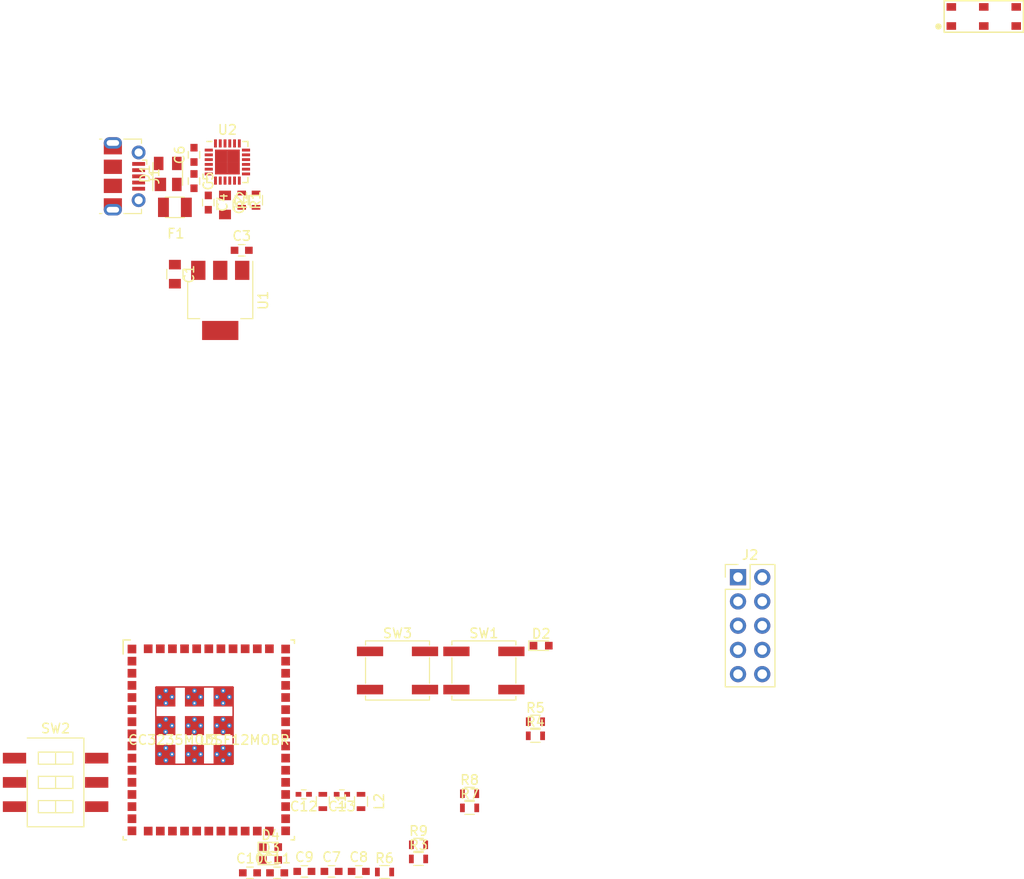
<source format=kicad_pcb>
(kicad_pcb (version 20171130) (host pcbnew "(5.0.0)")
  (layers (0 F.Cu signal) (31 B.Cu signal) (34 B.Paste user hide) (35 F.Paste user hide) (36 B.SilkS user hide) (37 F.SilkS user hide) (38 B.Mask user hide) (39 F.Mask user hide) (44 Edge.Cuts user))
  (net 0 "")
  (net 1 GND)
  (net 2 "Net-(U3-Pad3)")
  (net 3 "Net-(U3-Pad4)")
  (net 4 "Net-(U3-Pad5)")
  (net 5 "Net-(U3-Pad6)")
  (net 6 "Net-(U3-Pad7)")
  (net 7 "Net-(U3-Pad8)")
  (net 8 "Net-(U3-Pad9)")
  (net 9 "Net-(U3-Pad10)")
  (net 10 "Net-(U3-Pad11)")
  (net 11 "Net-(J2-Pad8)")
  (net 12 "Net-(U3-Pad13)")
  (net 13 "Net-(U3-Pad14)")
  (net 14 "Net-(U3-Pad15)")
  (net 15 "Net-(U3-Pad17)")
  (net 16 "Net-(J2-Pad6)")
  (net 17 "Net-(U3-Pad19)")
  (net 18 "Net-(U3-Pad20)")
  (net 19 "Net-(J2-Pad4)")
  (net 20 "Net-(J2-Pad2)")
  (net 21 "Net-(SW2-Pad4)")
  (net 22 "Net-(SW2-Pad5)")
  (net 23 /RF_OUT)
  (net 24 "Net-(U3-Pad33)")
  (net 25 "Net-(SW2-Pad6)")
  (net 26 "Net-(J2-Pad10)")
  (net 27 "Net-(R6-Pad2)")
  (net 28 +3V3)
  (net 29 "Net-(U3-Pad39)")
  (net 30 "Net-(U3-Pad41)")
  (net 31 "Net-(U3-Pad42)")
  (net 32 "Net-(SW3-Pad2)")
  (net 33 "Net-(U3-Pad45)")
  (net 34 /RX)
  (net 35 /TX)
  (net 36 "Net-(R9-Pad1)")
  (net 37 "Net-(R8-Pad1)")
  (net 38 "Net-(R7-Pad1)")
  (net 39 "Net-(U3-Pad51)")
  (net 40 "Net-(U3-Pad52)")
  (net 41 "Net-(U3-Pad53)")
  (net 42 "Net-(U3-Pad54)")
  (net 43 +5V)
  (net 44 /D-)
  (net 45 /D+)
  (net 46 "Net-(R3-Pad2)")
  (net 47 "Net-(R1-Pad1)")
  (net 48 "Net-(R4-Pad2)")
  (net 49 "Net-(D2-Pad2)")
  (net 50 "Net-(D3-Pad2)")
  (net 51 "Net-(D4-Pad2)")
  (net 52 "Net-(J2-Pad7)")
  (net 53 "Net-(AE1-Pad2)")
  (net 54 "Net-(C12-Pad1)")
  (net 55 "Net-(U2-Pad24)")
  (net 56 "Net-(U2-Pad23)")
  (net 57 "Net-(U2-Pad22)")
  (net 58 "Net-(U2-Pad19)")
  (net 59 "Net-(U2-Pad18)")
  (net 60 "Net-(U2-Pad17)")
  (net 61 "Net-(U2-Pad16)")
  (net 62 "Net-(U2-Pad15)")
  (net 63 "Net-(U2-Pad14)")
  (net 64 "Net-(U2-Pad13)")
  (net 65 "Net-(U2-Pad12)")
  (net 66 "Net-(U2-Pad11)")
  (net 67 "Net-(U2-Pad10)")
  (net 68 "Net-(U2-Pad1)")
  (net 69 "Net-(J1-Pad6)")
  (net 70 "Net-(J1-Pad4)")
  (net 71 VBUS)
  (module footprints:M830520 (layer F.Cu) (at 148.75 52.75)
    (fp_text reference AE1 (at -2.2 -2.35) (layer F.SilkS))
    (fp_text value Antenna)
    (fp_line (start -4.15 -1.65) (end 4.15 -1.65) (layer F.SilkS) (width 0.15))
    (fp_line (start 4.15 -1.65) (end 4.15 1.6) (layer F.SilkS) (width 0.15))
    (fp_line (start 4.15 1.6) (end 4.15 1.65) (layer F.SilkS) (width 0.15))
    (fp_line (start 4.15 1.65) (end -4.15 1.65) (layer F.SilkS) (width 0.15))
    (fp_line (start -4.15 1.65) (end -4.15 -1.65) (layer F.SilkS) (width 0.15))
    (fp_circle (center -4.75 1.05) (end -4.5 1.05) (layer F.SilkS) (width 0.15))
    (fp_circle (center -4.75 1.05) (end -4.65 1.05) (layer F.SilkS) (width 0.15))
    (pad 1 smd rect (at -3.4 1) (size 1 0.8) (layers F.Cu F.Paste F.Mask) (net 1 GND))
    (pad 2 smd rect (at -3.4 -1) (size 1 0.8) (layers F.Cu F.Paste F.Mask) (net 53 "Net-(AE1-Pad2)"))
    (pad 3 smd rect (at 0 -1) (size 1 0.8) (layers F.Cu F.Paste F.Mask))
    (pad 4 smd rect (at 3.4 -1) (size 1 0.8) (layers F.Cu F.Paste F.Mask))
    (pad 5 smd rect (at 3.4 1) (size 1 0.8) (layers F.Cu F.Paste F.Mask))
    (pad 6 smd rect (at 0 1) (size 1 0.8) (layers F.Cu F.Paste F.Mask))
  )
  (module TO_SOT_Packages_SMD:SOT-143 (layer F.Cu) (at 63.25 69.25 90)
    (fp_text reference D1 (at 0.02 -2.38 90) (layer F.SilkS))
    (fp_text value SP0503BAHT)
    (fp_line (start 1.2 -1.55) (end -1.75 -1.55) (layer F.SilkS) (width 0.12))
    (fp_line (start -1.2 1.55) (end 1.2 1.55) (layer F.SilkS) (width 0.12))
    (pad 4 smd rect (at 1.1 -0.95) (size 1 1.4) (layers F.Cu F.Paste F.Mask) (net 44 /D-))
    (pad 3 smd rect (at 1.1 0.95) (size 1 1.4) (layers F.Cu F.Paste F.Mask) (net 45 /D+))
    (pad 2 smd rect (at -1.1 0.95) (size 1 1.4) (layers F.Cu F.Paste F.Mask) (net 71 VBUS))
    (pad 1 smd rect (at -1.1 -0.77) (size 1.2 1.4) (layers F.Cu F.Paste F.Mask) (net 1 GND))
  )
  (module Buttons_Switches_SMD:SW_DIP_x3_W8.61mm_Slide_LowProfile (layer F.Cu) (at 51.5 133)
    (fp_text reference SW2 (at 0 -5.65) (layer F.SilkS))
    (fp_text value SW_DIP_x03)
    (fp_line (start 0 1.905) (end 0 3.175) (layer F.SilkS) (width 0.12))
    (fp_line (start 1.81 1.905) (end -1.81 1.905) (layer F.SilkS) (width 0.12))
    (fp_line (start 1.81 3.175) (end 1.81 1.905) (layer F.SilkS) (width 0.12))
    (fp_line (start -1.81 3.175) (end 1.81 3.175) (layer F.SilkS) (width 0.12))
    (fp_line (start -1.81 1.905) (end -1.81 3.175) (layer F.SilkS) (width 0.12))
    (fp_line (start 0 -0.635) (end 0 0.635) (layer F.SilkS) (width 0.12))
    (fp_line (start 1.81 -0.635) (end -1.81 -0.635) (layer F.SilkS) (width 0.12))
    (fp_line (start 1.81 0.635) (end 1.81 -0.635) (layer F.SilkS) (width 0.12))
    (fp_line (start -1.81 0.635) (end 1.81 0.635) (layer F.SilkS) (width 0.12))
    (fp_line (start -1.81 -0.635) (end -1.81 0.635) (layer F.SilkS) (width 0.12))
    (fp_line (start 0 -3.175) (end 0 -1.905) (layer F.SilkS) (width 0.12))
    (fp_line (start 1.81 -3.175) (end -1.81 -3.175) (layer F.SilkS) (width 0.12))
    (fp_line (start 1.81 -1.905) (end 1.81 -3.175) (layer F.SilkS) (width 0.12))
    (fp_line (start -1.81 -1.905) (end 1.81 -1.905) (layer F.SilkS) (width 0.12))
    (fp_line (start -1.81 -3.175) (end -1.81 -1.905) (layer F.SilkS) (width 0.12))
    (fp_line (start -2.965 4.65) (end -2.965 -1.27) (layer F.SilkS) (width 0.12))
    (fp_line (start 2.965 4.65) (end -2.965 4.65) (layer F.SilkS) (width 0.12))
    (fp_line (start 2.965 -4.65) (end 2.965 4.65) (layer F.SilkS) (width 0.12))
    (fp_line (start -2.965 -4.65) (end 2.965 -4.65) (layer F.SilkS) (width 0.12))
    (pad 6 smd rect (at 4.305 -2.54) (size 2.44 1.12) (layers F.Cu F.Paste F.Mask) (net 25 "Net-(SW2-Pad6)"))
    (pad 3 smd rect (at -4.305 2.54) (size 2.44 1.12) (layers F.Cu F.Paste F.Mask) (net 48 "Net-(R4-Pad2)"))
    (pad 5 smd rect (at 4.305 0) (size 2.44 1.12) (layers F.Cu F.Paste F.Mask) (net 22 "Net-(SW2-Pad5)"))
    (pad 2 smd rect (at -4.305 0) (size 2.44 1.12) (layers F.Cu F.Paste F.Mask) (net 48 "Net-(R4-Pad2)"))
    (pad 4 smd rect (at 4.305 2.54) (size 2.44 1.12) (layers F.Cu F.Paste F.Mask) (net 21 "Net-(SW2-Pad4)"))
    (pad 1 smd rect (at -4.305 -2.54) (size 2.44 1.12) (layers F.Cu F.Paste F.Mask) (net 48 "Net-(R4-Pad2)"))
  )
  (module Buttons_Switches_SMD:SW_SPST_EVQP0 (layer F.Cu) (at 87.325001 121.275001)
    (fp_text reference SW3 (at 0 -3.9) (layer F.SilkS))
    (fp_text value "User IO")
    (fp_line (start -3.35 2.65) (end -3.35 3.1) (layer F.SilkS) (width 0.12))
    (fp_line (start -3.35 3.1) (end 3.35 3.1) (layer F.SilkS) (width 0.12))
    (fp_line (start 3.35 3.1) (end 3.35 2.7) (layer F.SilkS) (width 0.12))
    (fp_line (start -3.35 1.35) (end -3.35 -1.35) (layer F.SilkS) (width 0.12))
    (fp_line (start 3.35 -1.35) (end 3.35 1.35) (layer F.SilkS) (width 0.12))
    (fp_line (start -3.35 -3.1) (end 3.35 -3.1) (layer F.SilkS) (width 0.12))
    (fp_line (start 3.35 -3.1) (end 3.35 -2.65) (layer F.SilkS) (width 0.12))
    (fp_line (start -3.35 -2.65) (end -3.35 -3.1) (layer F.SilkS) (width 0.12))
    (pad 1 smd rect (at 2.88 -2) (size 2.75 1) (layers F.Cu F.Paste F.Mask) (net 28 +3V3))
    (pad 1 smd rect (at -2.88 -2) (size 2.75 1) (layers F.Cu F.Paste F.Mask) (net 28 +3V3))
    (pad 2 smd rect (at -2.88 2) (size 2.75 1) (layers F.Cu F.Paste F.Mask) (net 32 "Net-(SW3-Pad2)"))
    (pad 2 smd rect (at 2.88 2) (size 2.75 1) (layers F.Cu F.Paste F.Mask) (net 32 "Net-(SW3-Pad2)"))
  )
  (module Buttons_Switches_SMD:SW_SPST_EVQP0 (layer F.Cu) (at 96.375001 121.275001)
    (fp_text reference SW1 (at 0 -3.9) (layer F.SilkS))
    (fp_text value Reset)
    (fp_line (start -3.35 -2.65) (end -3.35 -3.1) (layer F.SilkS) (width 0.12))
    (fp_line (start 3.35 -3.1) (end 3.35 -2.65) (layer F.SilkS) (width 0.12))
    (fp_line (start -3.35 -3.1) (end 3.35 -3.1) (layer F.SilkS) (width 0.12))
    (fp_line (start 3.35 -1.35) (end 3.35 1.35) (layer F.SilkS) (width 0.12))
    (fp_line (start -3.35 1.35) (end -3.35 -1.35) (layer F.SilkS) (width 0.12))
    (fp_line (start 3.35 3.1) (end 3.35 2.7) (layer F.SilkS) (width 0.12))
    (fp_line (start -3.35 3.1) (end 3.35 3.1) (layer F.SilkS) (width 0.12))
    (fp_line (start -3.35 2.65) (end -3.35 3.1) (layer F.SilkS) (width 0.12))
    (pad 2 smd rect (at 2.88 2) (size 2.75 1) (layers F.Cu F.Paste F.Mask) (net 26 "Net-(J2-Pad10)"))
    (pad 2 smd rect (at -2.88 2) (size 2.75 1) (layers F.Cu F.Paste F.Mask) (net 26 "Net-(J2-Pad10)"))
    (pad 1 smd rect (at -2.88 -2) (size 2.75 1) (layers F.Cu F.Paste F.Mask) (net 1 GND))
    (pad 1 smd rect (at 2.88 -2) (size 2.75 1) (layers F.Cu F.Paste F.Mask) (net 1 GND))
  )
  (module Capacitors_SMD:C_0402 (layer F.Cu) (at 81.5 134.25 180)
    (fp_text reference C13 (at 0 -1.27 180) (layer F.SilkS))
    (fp_text value C)
    (fp_line (start 0.25 -0.47) (end -0.25 -0.47) (layer F.SilkS) (width 0.12))
    (fp_line (start -0.25 0.47) (end 0.25 0.47) (layer F.SilkS) (width 0.12))
    (pad 1 smd rect (at -0.55 0 180) (size 0.6 0.5) (layers F.Cu F.Paste F.Mask) (net 53 "Net-(AE1-Pad2)"))
    (pad 2 smd rect (at 0.55 0 180) (size 0.6 0.5) (layers F.Cu F.Paste F.Mask) (net 54 "Net-(C12-Pad1)"))
  )
  (module Capacitors_SMD:C_0402 (layer F.Cu) (at 77.5 134.25 180)
    (fp_text reference C12 (at 0 -1.27 180) (layer F.SilkS))
    (fp_text value C)
    (fp_line (start -0.25 0.47) (end 0.25 0.47) (layer F.SilkS) (width 0.12))
    (fp_line (start 0.25 -0.47) (end -0.25 -0.47) (layer F.SilkS) (width 0.12))
    (pad 2 smd rect (at 0.55 0 180) (size 0.6 0.5) (layers F.Cu F.Paste F.Mask) (net 23 /RF_OUT))
    (pad 1 smd rect (at -0.55 0 180) (size 0.6 0.5) (layers F.Cu F.Paste F.Mask) (net 54 "Net-(C12-Pad1)"))
  )
  (module Capacitors_SMD:C_0603 (layer F.Cu) (at 77.565001 142.325001)
    (fp_text reference C9 (at 0 -1.5) (layer F.SilkS))
    (fp_text value 100n)
    (fp_line (start -0.35 -0.6) (end 0.35 -0.6) (layer F.SilkS) (width 0.12))
    (fp_line (start 0.35 0.6) (end -0.35 0.6) (layer F.SilkS) (width 0.12))
    (pad 1 smd rect (at -0.75 0) (size 0.8 0.75) (layers F.Cu F.Paste F.Mask) (net 28 +3V3))
    (pad 2 smd rect (at 0.75 0) (size 0.8 0.75) (layers F.Cu F.Paste F.Mask) (net 1 GND))
  )
  (module Capacitors_SMD:C_0603 (layer F.Cu) (at 74.715001 142.475001)
    (fp_text reference C11 (at 0 -1.5) (layer F.SilkS))
    (fp_text value 100n)
    (fp_line (start 0.35 0.6) (end -0.35 0.6) (layer F.SilkS) (width 0.12))
    (fp_line (start -0.35 -0.6) (end 0.35 -0.6) (layer F.SilkS) (width 0.12))
    (pad 2 smd rect (at 0.75 0) (size 0.8 0.75) (layers F.Cu F.Paste F.Mask) (net 1 GND))
    (pad 1 smd rect (at -0.75 0) (size 0.8 0.75) (layers F.Cu F.Paste F.Mask) (net 28 +3V3))
  )
  (module Capacitors_SMD:C_0603 (layer F.Cu) (at 71.865001 142.475001)
    (fp_text reference C10 (at 0 -1.5) (layer F.SilkS))
    (fp_text value 100n)
    (fp_line (start -0.35 -0.6) (end 0.35 -0.6) (layer F.SilkS) (width 0.12))
    (fp_line (start 0.35 0.6) (end -0.35 0.6) (layer F.SilkS) (width 0.12))
    (pad 1 smd rect (at -0.75 0) (size 0.8 0.75) (layers F.Cu F.Paste F.Mask) (net 28 +3V3))
    (pad 2 smd rect (at 0.75 0) (size 0.8 0.75) (layers F.Cu F.Paste F.Mask) (net 1 GND))
  )
  (module Capacitors_SMD:C_0603 (layer F.Cu) (at 83.265001 142.325001)
    (fp_text reference C8 (at 0 -1.5) (layer F.SilkS))
    (fp_text value 100n)
    (fp_line (start 0.35 0.6) (end -0.35 0.6) (layer F.SilkS) (width 0.12))
    (fp_line (start -0.35 -0.6) (end 0.35 -0.6) (layer F.SilkS) (width 0.12))
    (pad 2 smd rect (at 0.75 0) (size 0.8 0.75) (layers F.Cu F.Paste F.Mask) (net 1 GND))
    (pad 1 smd rect (at -0.75 0) (size 0.8 0.75) (layers F.Cu F.Paste F.Mask) (net 28 +3V3))
  )
  (module Capacitors_SMD:C_0603 (layer F.Cu) (at 80.415001 142.325001)
    (fp_text reference C7 (at 0 -1.5) (layer F.SilkS))
    (fp_text value 100n)
    (fp_line (start -0.35 -0.6) (end 0.35 -0.6) (layer F.SilkS) (width 0.12))
    (fp_line (start 0.35 0.6) (end -0.35 0.6) (layer F.SilkS) (width 0.12))
    (pad 1 smd rect (at -0.75 0) (size 0.8 0.75) (layers F.Cu F.Paste F.Mask) (net 28 +3V3))
    (pad 2 smd rect (at 0.75 0) (size 0.8 0.75) (layers F.Cu F.Paste F.Mask) (net 1 GND))
  )
  (module Capacitors_SMD:C_0603 (layer F.Cu) (at 66 70 270)
    (fp_text reference C5 (at 0 -1.5 270) (layer F.SilkS))
    (fp_text value 100n)
    (fp_line (start 0.35 0.6) (end -0.35 0.6) (layer F.SilkS) (width 0.12))
    (fp_line (start -0.35 -0.6) (end 0.35 -0.6) (layer F.SilkS) (width 0.12))
    (pad 2 smd rect (at 0.75 0 270) (size 0.8 0.75) (layers F.Cu F.Paste F.Mask) (net 1 GND))
    (pad 1 smd rect (at -0.75 0 270) (size 0.8 0.75) (layers F.Cu F.Paste F.Mask) (net 28 +3V3))
  )
  (module Capacitors_SMD:C_0603 (layer F.Cu) (at 71 77.25)
    (fp_text reference C3 (at 0 -1.5) (layer F.SilkS))
    (fp_text value 100n)
    (fp_line (start -0.35 -0.6) (end 0.35 -0.6) (layer F.SilkS) (width 0.12))
    (fp_line (start 0.35 0.6) (end -0.35 0.6) (layer F.SilkS) (width 0.12))
    (pad 1 smd rect (at -0.75 0) (size 0.8 0.75) (layers F.Cu F.Paste F.Mask) (net 28 +3V3))
    (pad 2 smd rect (at 0.75 0) (size 0.8 0.75) (layers F.Cu F.Paste F.Mask) (net 1 GND))
  )
  (module Capacitors_SMD:C_0603 (layer F.Cu) (at 66 67.25 90)
    (fp_text reference C6 (at 0 -1.5 90) (layer F.SilkS))
    (fp_text value 100n)
    (fp_line (start 0.35 0.6) (end -0.35 0.6) (layer F.SilkS) (width 0.12))
    (fp_line (start -0.35 -0.6) (end 0.35 -0.6) (layer F.SilkS) (width 0.12))
    (pad 2 smd rect (at 0.75 0 90) (size 0.8 0.75) (layers F.Cu F.Paste F.Mask) (net 1 GND))
    (pad 1 smd rect (at -0.75 0 90) (size 0.8 0.75) (layers F.Cu F.Paste F.Mask) (net 28 +3V3))
  )
  (module Capacitors_SMD:C_0603 (layer F.Cu) (at 67.5 72.25 270)
    (fp_text reference C4 (at 0 -1.5 270) (layer F.SilkS))
    (fp_text value 100n)
    (fp_line (start -0.35 -0.6) (end 0.35 -0.6) (layer F.SilkS) (width 0.12))
    (fp_line (start 0.35 0.6) (end -0.35 0.6) (layer F.SilkS) (width 0.12))
    (pad 1 smd rect (at -0.75 0 270) (size 0.8 0.75) (layers F.Cu F.Paste F.Mask) (net 43 +5V))
    (pad 2 smd rect (at 0.75 0 270) (size 0.8 0.75) (layers F.Cu F.Paste F.Mask) (net 1 GND))
  )
  (module Capacitors_SMD:C_0805 (layer F.Cu) (at 69.25 72.5 270)
    (fp_text reference C2 (at 0 -1.5 270) (layer F.SilkS))
    (fp_text value 4.7u)
    (fp_line (start 0.5 -0.85) (end -0.5 -0.85) (layer F.SilkS) (width 0.12))
    (fp_line (start -0.5 0.85) (end 0.5 0.85) (layer F.SilkS) (width 0.12))
    (pad 1 smd rect (at -1 0 270) (size 1 1.25) (layers F.Cu F.Paste F.Mask) (net 43 +5V))
    (pad 2 smd rect (at 1 0 270) (size 1 1.25) (layers F.Cu F.Paste F.Mask) (net 1 GND))
  )
  (module Capacitors_SMD:C_0805 (layer F.Cu) (at 64 79.75 270)
    (fp_text reference C1 (at 0 -1.5 270) (layer F.SilkS))
    (fp_text value 4.7u)
    (fp_line (start -0.5 0.85) (end 0.5 0.85) (layer F.SilkS) (width 0.12))
    (fp_line (start 0.5 -0.85) (end -0.5 -0.85) (layer F.SilkS) (width 0.12))
    (pad 2 smd rect (at 1 0 270) (size 1 1.25) (layers F.Cu F.Paste F.Mask) (net 1 GND))
    (pad 1 smd rect (at -1 0 270) (size 1 1.25) (layers F.Cu F.Paste F.Mask) (net 43 +5V))
  )
  (module Connectors_USB:USB_Micro-B_Molex-105017-0001 (layer F.Cu) (at 57.85 69.5 270)
    (fp_text reference J1 (at 0 -4 270) (layer F.SilkS))
    (fp_text value USB_B_Mini)
    (fp_line (start -1.7 -3.2) (end -1.7 -2.75) (layer F.SilkS) (width 0.12))
    (fp_line (start -1.7 -3.2) (end -1.25 -3.2) (layer F.SilkS) (width 0.12))
    (fp_line (start 3.9 -2.65) (end 3.45 -2.65) (layer F.SilkS) (width 0.12))
    (fp_line (start 3.9 -0.8) (end 3.9 -2.65) (layer F.SilkS) (width 0.12))
    (fp_line (start -3.9 1.75) (end -3.9 1.5) (layer F.SilkS) (width 0.12))
    (fp_line (start 3.9 1.75) (end 3.9 1.5) (layer F.SilkS) (width 0.12))
    (fp_line (start -3.9 -0.8) (end -3.9 -2.65) (layer F.SilkS) (width 0.12))
    (fp_line (start -3.9 -2.65) (end -3.45 -2.65) (layer F.SilkS) (width 0.12))
    (pad 6 smd rect (at -2.9 0.35 270) (size 1.2 1.9) (layers F.Cu F.Mask) (net 69 "Net-(J1-Pad6)"))
    (pad 6 smd rect (at 2.9 0.35 270) (size 1.2 1.9) (layers F.Cu F.Mask) (net 69 "Net-(J1-Pad6)"))
    (pad 6 thru_hole oval (at 3.5 0.35 270) (size 1.2 1.9) (drill oval 0.6 1.3) (layers *.Cu *.Mask) (net 69 "Net-(J1-Pad6)"))
    (pad 6 thru_hole oval (at -3.5 0.35 90) (size 1.2 1.9) (drill oval 0.6 1.3) (layers *.Cu *.Mask) (net 69 "Net-(J1-Pad6)"))
    (pad 6 smd rect (at -1 0.35 270) (size 1.5 1.9) (layers F.Cu F.Paste F.Mask) (net 69 "Net-(J1-Pad6)"))
    (pad 6 thru_hole circle (at 2.5 -2.35 270) (size 1.45 1.45) (drill 0.85) (layers *.Cu *.Mask) (net 69 "Net-(J1-Pad6)"))
    (pad 3 smd rect (at 0 -2.35 270) (size 0.4 1.35) (layers F.Cu F.Paste F.Mask) (net 45 /D+))
    (pad 4 smd rect (at 0.65 -2.35 270) (size 0.4 1.35) (layers F.Cu F.Paste F.Mask) (net 70 "Net-(J1-Pad4)"))
    (pad 5 smd rect (at 1.3 -2.35 270) (size 0.4 1.35) (layers F.Cu F.Paste F.Mask) (net 1 GND))
    (pad 1 smd rect (at -1.3 -2.35 270) (size 0.4 1.35) (layers F.Cu F.Paste F.Mask) (net 71 VBUS))
    (pad 2 smd rect (at -0.65 -2.35 270) (size 0.4 1.35) (layers F.Cu F.Paste F.Mask) (net 44 /D-))
    (pad 6 thru_hole circle (at -2.5 -2.35 270) (size 1.45 1.45) (drill 0.85) (layers *.Cu *.Mask) (net 69 "Net-(J1-Pad6)"))
    (pad 6 smd rect (at 1 0.35 270) (size 1.5 1.9) (layers F.Cu F.Paste F.Mask) (net 69 "Net-(J1-Pad6)"))
  )
  (module Fuse_Holders_and_Fuses:Fuse_SMD1206_Reflow (layer F.Cu) (at 64 72.75 180)
    (fp_text reference F1 (at -0.1 -2.75 180) (layer F.SilkS))
    (fp_text value Fuse)
    (fp_line (start -1 -1.07) (end 1 -1.07) (layer F.SilkS) (width 0.12))
    (fp_line (start 1 1.07) (end -1 1.07) (layer F.SilkS) (width 0.12))
    (pad 2 smd rect (at 1.2 0 270) (size 2.03 1.14) (layers F.Cu F.Paste F.Mask) (net 71 VBUS))
    (pad 1 smd rect (at -1.2 0 270) (size 2.03 1.14) (layers F.Cu F.Paste F.Mask) (net 43 +5V))
  )
  (module Housings_DFN_QFN:QFN-24-1EP_4x4mm_Pitch0.5mm (layer F.Cu) (at 69.5 68)
    (fp_text reference U2 (at 0 -3.375) (layer F.SilkS))
    (fp_text value CP2102N-A01-GQFN24)
    (fp_line (start 2.15 -2.15) (end 1.625 -2.15) (layer F.SilkS) (width 0.15))
    (fp_line (start 2.15 2.15) (end 1.625 2.15) (layer F.SilkS) (width 0.15))
    (fp_line (start -2.15 2.15) (end -1.625 2.15) (layer F.SilkS) (width 0.15))
    (fp_line (start -2.15 -2.15) (end -1.625 -2.15) (layer F.SilkS) (width 0.15))
    (fp_line (start 2.15 2.15) (end 2.15 1.625) (layer F.SilkS) (width 0.15))
    (fp_line (start -2.15 2.15) (end -2.15 1.625) (layer F.SilkS) (width 0.15))
    (fp_line (start 2.15 -2.15) (end 2.15 -1.625) (layer F.SilkS) (width 0.15))
    (pad 25 smd rect (at -0.65 -0.65) (size 1.3 1.3) (layers F.Cu F.Paste F.Mask) (net 1 GND))
    (pad 25 smd rect (at -0.65 0.65) (size 1.3 1.3) (layers F.Cu F.Paste F.Mask) (net 1 GND))
    (pad 25 smd rect (at 0.65 -0.65) (size 1.3 1.3) (layers F.Cu F.Paste F.Mask) (net 1 GND))
    (pad 25 smd rect (at 0.65 0.65) (size 1.3 1.3) (layers F.Cu F.Paste F.Mask) (net 1 GND))
    (pad 24 smd rect (at -1.25 -1.95 90) (size 0.85 0.3) (layers F.Cu F.Paste F.Mask) (net 55 "Net-(U2-Pad24)"))
    (pad 23 smd rect (at -0.75 -1.95 90) (size 0.85 0.3) (layers F.Cu F.Paste F.Mask) (net 56 "Net-(U2-Pad23)"))
    (pad 22 smd rect (at -0.25 -1.95 90) (size 0.85 0.3) (layers F.Cu F.Paste F.Mask) (net 57 "Net-(U2-Pad22)"))
    (pad 21 smd rect (at 0.25 -1.95 90) (size 0.85 0.3) (layers F.Cu F.Paste F.Mask) (net 35 /TX))
    (pad 20 smd rect (at 0.75 -1.95 90) (size 0.85 0.3) (layers F.Cu F.Paste F.Mask) (net 34 /RX))
    (pad 19 smd rect (at 1.25 -1.95 90) (size 0.85 0.3) (layers F.Cu F.Paste F.Mask) (net 58 "Net-(U2-Pad19)"))
    (pad 18 smd rect (at 1.95 -1.25) (size 0.85 0.3) (layers F.Cu F.Paste F.Mask) (net 59 "Net-(U2-Pad18)"))
    (pad 17 smd rect (at 1.95 -0.75) (size 0.85 0.3) (layers F.Cu F.Paste F.Mask) (net 60 "Net-(U2-Pad17)"))
    (pad 16 smd rect (at 1.95 -0.25) (size 0.85 0.3) (layers F.Cu F.Paste F.Mask) (net 61 "Net-(U2-Pad16)"))
    (pad 15 smd rect (at 1.95 0.25) (size 0.85 0.3) (layers F.Cu F.Paste F.Mask) (net 62 "Net-(U2-Pad15)"))
    (pad 14 smd rect (at 1.95 0.75) (size 0.85 0.3) (layers F.Cu F.Paste F.Mask) (net 63 "Net-(U2-Pad14)"))
    (pad 13 smd rect (at 1.95 1.25) (size 0.85 0.3) (layers F.Cu F.Paste F.Mask) (net 64 "Net-(U2-Pad13)"))
    (pad 12 smd rect (at 1.25 1.95 90) (size 0.85 0.3) (layers F.Cu F.Paste F.Mask) (net 65 "Net-(U2-Pad12)"))
    (pad 11 smd rect (at 0.75 1.95 90) (size 0.85 0.3) (layers F.Cu F.Paste F.Mask) (net 66 "Net-(U2-Pad11)"))
    (pad 10 smd rect (at 0.25 1.95 90) (size 0.85 0.3) (layers F.Cu F.Paste F.Mask) (net 67 "Net-(U2-Pad10)"))
    (pad 9 smd rect (at -0.25 1.95 90) (size 0.85 0.3) (layers F.Cu F.Paste F.Mask) (net 46 "Net-(R3-Pad2)"))
    (pad 8 smd rect (at -0.75 1.95 90) (size 0.85 0.3) (layers F.Cu F.Paste F.Mask) (net 47 "Net-(R1-Pad1)"))
    (pad 7 smd rect (at -1.25 1.95 90) (size 0.85 0.3) (layers F.Cu F.Paste F.Mask) (net 43 +5V))
    (pad 6 smd rect (at -1.95 1.25) (size 0.85 0.3) (layers F.Cu F.Paste F.Mask) (net 28 +3V3))
    (pad 5 smd rect (at -1.95 0.75) (size 0.85 0.3) (layers F.Cu F.Paste F.Mask) (net 28 +3V3))
    (pad 4 smd rect (at -1.95 0.25) (size 0.85 0.3) (layers F.Cu F.Paste F.Mask) (net 44 /D-))
    (pad 3 smd rect (at -1.95 -0.25) (size 0.85 0.3) (layers F.Cu F.Paste F.Mask) (net 45 /D+))
    (pad 2 smd rect (at -1.95 -0.75) (size 0.85 0.3) (layers F.Cu F.Paste F.Mask) (net 1 GND))
    (pad 1 smd rect (at -1.95 -1.25) (size 0.85 0.3) (layers F.Cu F.Paste F.Mask) (net 68 "Net-(U2-Pad1)"))
  )
  (module Inductors_SMD:L_0603 (layer F.Cu) (at 79.5 135 270)
    (fp_text reference L1 (at 0 -1.9 270) (layer F.SilkS))
    (fp_text value L)
    (fp_line (start 0.5 0.68) (end -0.5 0.68) (layer F.SilkS) (width 0.12))
    (fp_line (start -0.5 -0.68) (end 0.5 -0.68) (layer F.SilkS) (width 0.12))
    (pad 1 smd rect (at -0.75 0 270) (size 0.5 0.9) (layers F.Cu F.Paste F.Mask) (net 54 "Net-(C12-Pad1)"))
    (pad 2 smd rect (at 0.75 0 270) (size 0.5 0.9) (layers F.Cu F.Paste F.Mask) (net 1 GND))
  )
  (module Inductors_SMD:L_0603 (layer F.Cu) (at 83.5 135 270)
    (fp_text reference L2 (at 0 -1.9 270) (layer F.SilkS))
    (fp_text value L)
    (fp_line (start -0.5 -0.68) (end 0.5 -0.68) (layer F.SilkS) (width 0.12))
    (fp_line (start 0.5 0.68) (end -0.5 0.68) (layer F.SilkS) (width 0.12))
    (pad 2 smd rect (at 0.75 0 270) (size 0.5 0.9) (layers F.Cu F.Paste F.Mask) (net 1 GND))
    (pad 1 smd rect (at -0.75 0 270) (size 0.5 0.9) (layers F.Cu F.Paste F.Mask) (net 53 "Net-(AE1-Pad2)"))
  )
  (module LEDs:LED_0603 (layer F.Cu) (at 74.025001 139.775001)
    (fp_text reference D4 (at 0 -1.25) (layer F.SilkS))
    (fp_text value LED_ALT)
    (fp_line (start -1.3 -0.5) (end 0.8 -0.5) (layer F.SilkS) (width 0.12))
    (fp_line (start -1.3 0.5) (end 0.8 0.5) (layer F.SilkS) (width 0.12))
    (fp_line (start -1.3 -0.5) (end -1.3 0.5) (layer F.SilkS) (width 0.12))
    (pad 1 smd rect (at -0.8 0 180) (size 0.8 0.8) (layers F.Cu F.Paste F.Mask) (net 1 GND))
    (pad 2 smd rect (at 0.8 0 180) (size 0.8 0.8) (layers F.Cu F.Paste F.Mask) (net 51 "Net-(D4-Pad2)"))
  )
  (module LEDs:LED_0603 (layer F.Cu) (at 74.025001 141.125001)
    (fp_text reference D3 (at 0 -1.25) (layer F.SilkS))
    (fp_text value LED_ALT)
    (fp_line (start -1.3 -0.5) (end -1.3 0.5) (layer F.SilkS) (width 0.12))
    (fp_line (start -1.3 0.5) (end 0.8 0.5) (layer F.SilkS) (width 0.12))
    (fp_line (start -1.3 -0.5) (end 0.8 -0.5) (layer F.SilkS) (width 0.12))
    (pad 2 smd rect (at 0.8 0 180) (size 0.8 0.8) (layers F.Cu F.Paste F.Mask) (net 50 "Net-(D3-Pad2)"))
    (pad 1 smd rect (at -0.8 0 180) (size 0.8 0.8) (layers F.Cu F.Paste F.Mask) (net 1 GND))
  )
  (module LEDs:LED_0603 (layer F.Cu) (at 102.375001 118.675001)
    (fp_text reference D2 (at 0 -1.25) (layer F.SilkS))
    (fp_text value LED_ALT)
    (fp_line (start -1.3 -0.5) (end 0.8 -0.5) (layer F.SilkS) (width 0.12))
    (fp_line (start -1.3 0.5) (end 0.8 0.5) (layer F.SilkS) (width 0.12))
    (fp_line (start -1.3 -0.5) (end -1.3 0.5) (layer F.SilkS) (width 0.12))
    (pad 1 smd rect (at -0.8 0 180) (size 0.8 0.8) (layers F.Cu F.Paste F.Mask) (net 1 GND))
    (pad 2 smd rect (at 0.8 0 180) (size 0.8 0.8) (layers F.Cu F.Paste F.Mask) (net 49 "Net-(D2-Pad2)"))
  )
  (module Pin_Headers:Pin_Header_Straight_2x05_Pitch2.54mm (layer F.Cu) (at 123 111.5)
    (fp_text reference J2 (at 1.27 -2.33) (layer F.SilkS))
    (fp_text value JTAG/SWD)
    (fp_line (start -1.33 -1.33) (end 0 -1.33) (layer F.SilkS) (width 0.12))
    (fp_line (start -1.33 0) (end -1.33 -1.33) (layer F.SilkS) (width 0.12))
    (fp_line (start 1.27 -1.33) (end 3.87 -1.33) (layer F.SilkS) (width 0.12))
    (fp_line (start 1.27 1.27) (end 1.27 -1.33) (layer F.SilkS) (width 0.12))
    (fp_line (start -1.33 1.27) (end 1.27 1.27) (layer F.SilkS) (width 0.12))
    (fp_line (start 3.87 -1.33) (end 3.87 11.49) (layer F.SilkS) (width 0.12))
    (fp_line (start -1.33 1.27) (end -1.33 11.49) (layer F.SilkS) (width 0.12))
    (fp_line (start -1.33 11.49) (end 3.87 11.49) (layer F.SilkS) (width 0.12))
    (pad 10 thru_hole oval (at 2.54 10.16) (size 1.7 1.7) (drill 1) (layers *.Cu *.Mask) (net 26 "Net-(J2-Pad10)"))
    (pad 9 thru_hole oval (at 0 10.16) (size 1.7 1.7) (drill 1) (layers *.Cu *.Mask) (net 1 GND))
    (pad 8 thru_hole oval (at 2.54 7.62) (size 1.7 1.7) (drill 1) (layers *.Cu *.Mask) (net 11 "Net-(J2-Pad8)"))
    (pad 7 thru_hole oval (at 0 7.62) (size 1.7 1.7) (drill 1) (layers *.Cu *.Mask) (net 52 "Net-(J2-Pad7)"))
    (pad 6 thru_hole oval (at 2.54 5.08) (size 1.7 1.7) (drill 1) (layers *.Cu *.Mask) (net 16 "Net-(J2-Pad6)"))
    (pad 5 thru_hole oval (at 0 5.08) (size 1.7 1.7) (drill 1) (layers *.Cu *.Mask) (net 1 GND))
    (pad 4 thru_hole oval (at 2.54 2.54) (size 1.7 1.7) (drill 1) (layers *.Cu *.Mask) (net 19 "Net-(J2-Pad4)"))
    (pad 3 thru_hole oval (at 0 2.54) (size 1.7 1.7) (drill 1) (layers *.Cu *.Mask) (net 1 GND))
    (pad 2 thru_hole oval (at 2.54 0) (size 1.7 1.7) (drill 1) (layers *.Cu *.Mask) (net 20 "Net-(J2-Pad2)"))
    (pad 1 thru_hole rect (at 0 0) (size 1.7 1.7) (drill 1) (layers *.Cu *.Mask) (net 28 +3V3))
  )
  (module Resistors_SMD:R_0603 (layer F.Cu) (at 89.525001 139.540001)
    (fp_text reference R9 (at 0 -1.45) (layer F.SilkS))
    (fp_text value 100)
    (fp_line (start -0.5 -0.68) (end 0.5 -0.68) (layer F.SilkS) (width 0.12))
    (fp_line (start 0.5 0.68) (end -0.5 0.68) (layer F.SilkS) (width 0.12))
    (pad 2 smd rect (at 0.75 0) (size 0.5 0.9) (layers F.Cu F.Paste F.Mask) (net 51 "Net-(D4-Pad2)"))
    (pad 1 smd rect (at -0.75 0) (size 0.5 0.9) (layers F.Cu F.Paste F.Mask) (net 36 "Net-(R9-Pad1)"))
  )
  (module Resistors_SMD:R_0603 (layer F.Cu) (at 94.875001 134.190001)
    (fp_text reference R8 (at 0 -1.45) (layer F.SilkS))
    (fp_text value 100)
    (fp_line (start 0.5 0.68) (end -0.5 0.68) (layer F.SilkS) (width 0.12))
    (fp_line (start -0.5 -0.68) (end 0.5 -0.68) (layer F.SilkS) (width 0.12))
    (pad 1 smd rect (at -0.75 0) (size 0.5 0.9) (layers F.Cu F.Paste F.Mask) (net 37 "Net-(R8-Pad1)"))
    (pad 2 smd rect (at 0.75 0) (size 0.5 0.9) (layers F.Cu F.Paste F.Mask) (net 50 "Net-(D3-Pad2)"))
  )
  (module Resistors_SMD:R_0603 (layer F.Cu) (at 94.875001 135.670001)
    (fp_text reference R7 (at 0 -1.45) (layer F.SilkS))
    (fp_text value 100)
    (fp_line (start -0.5 -0.68) (end 0.5 -0.68) (layer F.SilkS) (width 0.12))
    (fp_line (start 0.5 0.68) (end -0.5 0.68) (layer F.SilkS) (width 0.12))
    (pad 2 smd rect (at 0.75 0) (size 0.5 0.9) (layers F.Cu F.Paste F.Mask) (net 49 "Net-(D2-Pad2)"))
    (pad 1 smd rect (at -0.75 0) (size 0.5 0.9) (layers F.Cu F.Paste F.Mask) (net 38 "Net-(R7-Pad1)"))
  )
  (module Resistors_SMD:R_0603 (layer F.Cu) (at 85.965001 142.390001)
    (fp_text reference R6 (at 0 -1.45) (layer F.SilkS))
    (fp_text value DNI)
    (fp_line (start 0.5 0.68) (end -0.5 0.68) (layer F.SilkS) (width 0.12))
    (fp_line (start -0.5 -0.68) (end 0.5 -0.68) (layer F.SilkS) (width 0.12))
    (pad 1 smd rect (at -0.75 0) (size 0.5 0.9) (layers F.Cu F.Paste F.Mask) (net 28 +3V3))
    (pad 2 smd rect (at 0.75 0) (size 0.5 0.9) (layers F.Cu F.Paste F.Mask) (net 27 "Net-(R6-Pad2)"))
  )
  (module Resistors_SMD:R_0603 (layer F.Cu) (at 101.775001 126.640001)
    (fp_text reference R5 (at 0 -1.45) (layer F.SilkS))
    (fp_text value "DNI(10K)")
    (fp_line (start -0.5 -0.68) (end 0.5 -0.68) (layer F.SilkS) (width 0.12))
    (fp_line (start 0.5 0.68) (end -0.5 0.68) (layer F.SilkS) (width 0.12))
    (pad 2 smd rect (at 0.75 0) (size 0.5 0.9) (layers F.Cu F.Paste F.Mask) (net 26 "Net-(J2-Pad10)"))
    (pad 1 smd rect (at -0.75 0) (size 0.5 0.9) (layers F.Cu F.Paste F.Mask) (net 28 +3V3))
  )
  (module Resistors_SMD:R_0603 (layer F.Cu) (at 101.775001 128.120001)
    (fp_text reference R4 (at 0 -1.45) (layer F.SilkS))
    (fp_text value 10k)
    (fp_line (start 0.5 0.68) (end -0.5 0.68) (layer F.SilkS) (width 0.12))
    (fp_line (start -0.5 -0.68) (end 0.5 -0.68) (layer F.SilkS) (width 0.12))
    (pad 1 smd rect (at -0.75 0) (size 0.5 0.9) (layers F.Cu F.Paste F.Mask) (net 28 +3V3))
    (pad 2 smd rect (at 0.75 0) (size 0.5 0.9) (layers F.Cu F.Paste F.Mask) (net 48 "Net-(R4-Pad2)"))
  )
  (module Resistors_SMD:R_0603 (layer F.Cu) (at 72.5 72 90)
    (fp_text reference R2 (at 0 -1.45 90) (layer F.SilkS))
    (fp_text value 47.5K)
    (fp_line (start -0.5 -0.68) (end 0.5 -0.68) (layer F.SilkS) (width 0.12))
    (fp_line (start 0.5 0.68) (end -0.5 0.68) (layer F.SilkS) (width 0.12))
    (pad 2 smd rect (at 0.75 0 90) (size 0.5 0.9) (layers F.Cu F.Paste F.Mask) (net 47 "Net-(R1-Pad1)"))
    (pad 1 smd rect (at -0.75 0 90) (size 0.5 0.9) (layers F.Cu F.Paste F.Mask) (net 1 GND))
  )
  (module Resistors_SMD:R_0603 (layer F.Cu) (at 71 72 270)
    (fp_text reference R1 (at 0 -1.45 270) (layer F.SilkS))
    (fp_text value 22.1K)
    (fp_line (start 0.5 0.68) (end -0.5 0.68) (layer F.SilkS) (width 0.12))
    (fp_line (start -0.5 -0.68) (end 0.5 -0.68) (layer F.SilkS) (width 0.12))
    (pad 1 smd rect (at -0.75 0 270) (size 0.5 0.9) (layers F.Cu F.Paste F.Mask) (net 47 "Net-(R1-Pad1)"))
    (pad 2 smd rect (at 0.75 0 270) (size 0.5 0.9) (layers F.Cu F.Paste F.Mask) (net 43 +5V))
  )
  (module Resistors_SMD:R_0603 (layer F.Cu) (at 89.525001 141.020001)
    (fp_text reference R3 (at 0 -1.45) (layer F.SilkS))
    (fp_text value 1K)
    (fp_line (start -0.5 -0.68) (end 0.5 -0.68) (layer F.SilkS) (width 0.12))
    (fp_line (start 0.5 0.68) (end -0.5 0.68) (layer F.SilkS) (width 0.12))
    (pad 2 smd rect (at 0.75 0) (size 0.5 0.9) (layers F.Cu F.Paste F.Mask) (net 46 "Net-(R3-Pad2)"))
    (pad 1 smd rect (at -0.75 0) (size 0.5 0.9) (layers F.Cu F.Paste F.Mask) (net 28 +3V3))
  )
  (module TO_SOT_Packages_SMD:SOT-223-3_TabPin2 (layer F.Cu) (at 68.75 82.5 270)
    (fp_text reference U1 (at 0 -4.5 270) (layer F.SilkS))
    (fp_text value TLV1117-33)
    (fp_line (start -4.1 -3.41) (end 1.91 -3.41) (layer F.SilkS) (width 0.12))
    (fp_line (start -1.85 3.41) (end 1.91 3.41) (layer F.SilkS) (width 0.12))
    (fp_line (start 1.91 -3.41) (end 1.91 -2.15) (layer F.SilkS) (width 0.12))
    (fp_line (start 1.91 3.41) (end 1.91 2.15) (layer F.SilkS) (width 0.12))
    (pad 1 smd rect (at -3.15 -2.3 270) (size 2 1.5) (layers F.Cu F.Paste F.Mask) (net 1 GND))
    (pad 3 smd rect (at -3.15 2.3 270) (size 2 1.5) (layers F.Cu F.Paste F.Mask) (net 43 +5V))
    (pad 2 smd rect (at -3.15 0 270) (size 2 1.5) (layers F.Cu F.Paste F.Mask) (net 28 +3V3))
    (pad 2 smd rect (at 3.15 0 270) (size 2 3.8) (layers F.Cu F.Paste F.Mask) (net 28 +3V3))
  )
  (module footprints:CC3235MODSF12MOBR (layer F.Cu) (at 67.5512 128.551202)
    (fp_text reference U3 (at 0 0) (layer F.SilkS))
    (fp_text value CC3235MODSF12MOBR (at 0 0) (layer F.SilkS))
    (fp_text user * (at 0 0) (layer F.SilkS))
    (fp_line (start -8.974999 -9) (end -8.974999 -10.475001) (layer F.SilkS) (width 0.1524))
    (fp_line (start -8.974999 -10.475001) (end -8.224998 -10.475001) (layer F.SilkS) (width 0.1524))
    (fp_line (start 8.625002 -10.475001) (end 8.975004 -10.475001) (layer F.SilkS) (width 0.1524))
    (fp_line (start 8.975004 -10.124999) (end 8.975004 -10.475001) (layer F.SilkS) (width 0.1524))
    (fp_line (start 8.975004 10.475001) (end 8.975004 10.124999) (layer F.SilkS) (width 0.1524))
    (fp_line (start 8.625002 10.475001) (end 8.975004 10.475001) (layer F.SilkS) (width 0.1524))
    (fp_line (start -8.974999 10.475001) (end -8.624997 10.475001) (layer F.SilkS) (width 0.1524))
    (fp_line (start -8.974999 10.475001) (end -8.974999 10.124999) (layer F.SilkS) (width 0.1524))
    (fp_line (start -5.549999 2.5) (end -5.549999 -5.499999) (layer F.Cu) (width 0.1524))
    (fp_line (start -5.549999 -5.499999) (end -5.499999 -5.549999) (layer F.Cu) (width 0.1524))
    (fp_line (start -5.499999 -5.549999) (end 2.5 -5.549999) (layer F.Cu) (width 0.1524))
    (fp_line (start 2.5 -5.549999) (end 2.55 -5.499999) (layer F.Cu) (width 0.1524))
    (fp_line (start 2.55 -5.499999) (end 2.55 2.5) (layer F.Cu) (width 0.1524))
    (fp_line (start 2.55 2.5) (end 2.5 2.55) (layer F.Cu) (width 0.1524))
    (fp_line (start 2.5 2.55) (end -5.499999 2.55) (layer F.Cu) (width 0.1524))
    (fp_line (start -5.499999 2.55) (end -5.549999 2.5) (layer F.Cu) (width 0.1524))
    (pad 1 smd rect (at -8.049999 -9.525) (size 0.910001 0.910001) (layers F.Cu F.Paste F.Mask) (net 1 GND))
    (pad 2 smd rect (at -8.049999 -8.255) (size 0.910001 0.910001) (layers F.Cu F.Paste F.Mask) (net 1 GND))
    (pad 3 smd rect (at -8.049999 -6.985) (size 0.910001 0.910001) (layers F.Cu F.Paste F.Mask) (net 2 "Net-(U3-Pad3)"))
    (pad 4 smd rect (at -8.049999 -5.715) (size 0.910001 0.910001) (layers F.Cu F.Paste F.Mask) (net 3 "Net-(U3-Pad4)"))
    (pad 5 smd rect (at -8.049999 -4.445) (size 0.910001 0.910001) (layers F.Cu F.Paste F.Mask) (net 4 "Net-(U3-Pad5)"))
    (pad 6 smd rect (at -8.049999 -3.175) (size 0.910001 0.910001) (layers F.Cu F.Paste F.Mask) (net 5 "Net-(U3-Pad6)"))
    (pad 7 smd rect (at -8.049999 -1.905) (size 0.910001 0.910001) (layers F.Cu F.Paste F.Mask) (net 6 "Net-(U3-Pad7)"))
    (pad 8 smd rect (at -8.049999 -0.635) (size 0.910001 0.910001) (layers F.Cu F.Paste F.Mask) (net 7 "Net-(U3-Pad8)"))
    (pad 9 smd rect (at -8.049999 0.635) (size 0.910001 0.910001) (layers F.Cu F.Paste F.Mask) (net 8 "Net-(U3-Pad9)"))
    (pad 10 smd rect (at -8.049999 1.905) (size 0.910001 0.910001) (layers F.Cu F.Paste F.Mask) (net 9 "Net-(U3-Pad10)"))
    (pad 11 smd rect (at -8.049999 3.175) (size 0.910001 0.910001) (layers F.Cu F.Paste F.Mask) (net 10 "Net-(U3-Pad11)"))
    (pad 12 smd rect (at -8.049999 4.445) (size 0.910001 0.910001) (layers F.Cu F.Paste F.Mask) (net 11 "Net-(J2-Pad8)"))
    (pad 13 smd rect (at -8.049999 5.715) (size 0.910001 0.910001) (layers F.Cu F.Paste F.Mask) (net 12 "Net-(U3-Pad13)"))
    (pad 14 smd rect (at -8.049999 6.985) (size 0.910001 0.910001) (layers F.Cu F.Paste F.Mask) (net 13 "Net-(U3-Pad14)"))
    (pad 15 smd rect (at -8.049999 8.255) (size 0.910001 0.910001) (layers F.Cu F.Paste F.Mask) (net 14 "Net-(U3-Pad15)"))
    (pad 16 smd rect (at -8.049999 9.525) (size 0.910001 0.910001) (layers F.Cu F.Paste F.Mask) (net 1 GND))
    (pad 17 smd rect (at -6.349997 9.550001 90) (size 0.910001 0.910001) (layers F.Cu F.Paste F.Mask) (net 15 "Net-(U3-Pad17)"))
    (pad 18 smd rect (at -5.079997 9.550001 90) (size 0.910001 0.910001) (layers F.Cu F.Paste F.Mask) (net 16 "Net-(J2-Pad6)"))
    (pad 19 smd rect (at -3.809997 9.550001 90) (size 0.910001 0.910001) (layers F.Cu F.Paste F.Mask) (net 17 "Net-(U3-Pad19)"))
    (pad 20 smd rect (at -2.539997 9.550001 90) (size 0.910001 0.910001) (layers F.Cu F.Paste F.Mask) (net 18 "Net-(U3-Pad20)"))
    (pad 21 smd rect (at -1.269997 9.550001 90) (size 0.910001 0.910001) (layers F.Cu F.Paste F.Mask) (net 19 "Net-(J2-Pad4)"))
    (pad 22 smd rect (at 0.000003 9.550001 90) (size 0.910001 0.910001) (layers F.Cu F.Paste F.Mask) (net 20 "Net-(J2-Pad2)"))
    (pad 23 smd rect (at 1.270003 9.550001 90) (size 0.910001 0.910001) (layers F.Cu F.Paste F.Mask) (net 21 "Net-(SW2-Pad4)"))
    (pad 24 smd rect (at 2.540003 9.550001 90) (size 0.910001 0.910001) (layers F.Cu F.Paste F.Mask) (net 22 "Net-(SW2-Pad5)"))
    (pad 25 smd rect (at 3.810003 9.550001 90) (size 0.910001 0.910001) (layers F.Cu F.Paste F.Mask) (net 1 GND))
    (pad 26 smd rect (at 5.080003 9.550001 90) (size 0.910001 0.910001) (layers F.Cu F.Paste F.Mask) (net 1 GND))
    (pad 27 smd rect (at 6.350003 9.550001 90) (size 0.910001 0.910001) (layers F.Cu F.Paste F.Mask) (net 1 GND))
    (pad 28 smd rect (at 8.050002 9.525) (size 0.910001 0.910001) (layers F.Cu F.Paste F.Mask) (net 1 GND))
    (pad 29 smd rect (at 8.050002 8.255) (size 0.910001 0.910001) (layers F.Cu F.Paste F.Mask) (net 1 GND))
    (pad 30 smd rect (at 8.050002 6.985) (size 0.910001 0.910001) (layers F.Cu F.Paste F.Mask) (net 1 GND))
    (pad 31 smd rect (at 8.050002 5.715) (size 0.910001 0.910001) (layers F.Cu F.Paste F.Mask) (net 23 /RF_OUT))
    (pad 32 smd rect (at 8.050002 4.445) (size 0.910001 0.910001) (layers F.Cu F.Paste F.Mask) (net 1 GND))
    (pad 33 smd rect (at 8.050002 3.175) (size 0.910001 0.910001) (layers F.Cu F.Paste F.Mask) (net 24 "Net-(U3-Pad33)"))
    (pad 34 smd rect (at 8.050002 1.905) (size 0.910001 0.910001) (layers F.Cu F.Paste F.Mask) (net 25 "Net-(SW2-Pad6)"))
    (pad 35 smd rect (at 8.050002 0.635) (size 0.910001 0.910001) (layers F.Cu F.Paste F.Mask) (net 26 "Net-(J2-Pad10)"))
    (pad 36 smd rect (at 8.050002 -0.635) (size 0.910001 0.910001) (layers F.Cu F.Paste F.Mask) (net 27 "Net-(R6-Pad2)"))
    (pad 37 smd rect (at 8.050002 -1.905) (size 0.910001 0.910001) (layers F.Cu F.Paste F.Mask) (net 28 +3V3))
    (pad 38 smd rect (at 8.050002 -3.175) (size 0.910001 0.910001) (layers F.Cu F.Paste F.Mask) (net 1 GND))
    (pad 39 smd rect (at 8.050002 -4.445) (size 0.910001 0.910001) (layers F.Cu F.Paste F.Mask) (net 29 "Net-(U3-Pad39)"))
    (pad 40 smd rect (at 8.050002 -5.715) (size 0.910001 0.910001) (layers F.Cu F.Paste F.Mask) (net 28 +3V3))
    (pad 41 smd rect (at 8.050002 -6.985) (size 0.910001 0.910001) (layers F.Cu F.Paste F.Mask) (net 30 "Net-(U3-Pad41)"))
    (pad 42 smd rect (at 8.050002 -8.255) (size 0.910001 0.910001) (layers F.Cu F.Paste F.Mask) (net 31 "Net-(U3-Pad42)"))
    (pad 43 smd rect (at 8.050002 -9.525) (size 0.910001 0.910001) (layers F.Cu F.Paste F.Mask) (net 1 GND))
    (pad 44 smd rect (at 6.350003 -9.550001 90) (size 0.910001 0.910001) (layers F.Cu F.Paste F.Mask) (net 32 "Net-(SW3-Pad2)"))
    (pad 45 smd rect (at 5.080003 -9.550001 90) (size 0.910001 0.910001) (layers F.Cu F.Paste F.Mask) (net 33 "Net-(U3-Pad45)"))
    (pad 46 smd rect (at 3.810003 -9.550001 90) (size 0.910001 0.910001) (layers F.Cu F.Paste F.Mask) (net 34 /RX))
    (pad 47 smd rect (at 2.540003 -9.550001 90) (size 0.910001 0.910001) (layers F.Cu F.Paste F.Mask) (net 35 /TX))
    (pad 48 smd rect (at 1.270003 -9.550001 90) (size 0.910001 0.910001) (layers F.Cu F.Paste F.Mask) (net 36 "Net-(R9-Pad1)"))
    (pad 49 smd rect (at 0.000003 -9.550001 90) (size 0.910001 0.910001) (layers F.Cu F.Paste F.Mask) (net 37 "Net-(R8-Pad1)"))
    (pad 50 smd rect (at -1.269997 -9.550001 90) (size 0.910001 0.910001) (layers F.Cu F.Paste F.Mask) (net 38 "Net-(R7-Pad1)"))
    (pad 51 smd rect (at -2.539997 -9.550001 90) (size 0.910001 0.910001) (layers F.Cu F.Paste F.Mask) (net 39 "Net-(U3-Pad51)"))
    (pad 52 smd rect (at -3.809997 -9.550001 90) (size 0.910001 0.910001) (layers F.Cu F.Paste F.Mask) (net 40 "Net-(U3-Pad52)"))
    (pad 53 smd rect (at -5.079997 -9.550001 90) (size 0.910001 0.910001) (layers F.Cu F.Paste F.Mask) (net 41 "Net-(U3-Pad53)"))
    (pad 54 smd rect (at -6.349997 -9.550001 90) (size 0.910001 0.910001) (layers F.Cu F.Paste F.Mask) (net 42 "Net-(U3-Pad54)"))
    (pad 55 smd rect (at -4.499999 -4.500001) (size 2.000001 2.000001) (layers F.Cu F.Paste F.Mask) (net 1 GND))
    (pad 56 smd rect (at -4.499996 -1.5) (size 2.000001 2.000001) (layers F.Cu F.Paste F.Mask) (net 1 GND))
    (pad 57 smd rect (at -4.499999 1.5) (size 2.000001 2.000001) (layers F.Cu F.Paste F.Mask) (net 1 GND))
    (pad 58 smd rect (at -1.499997 -4.500001) (size 2.000001 2.000001) (layers F.Cu F.Paste F.Mask) (net 1 GND))
    (pad 59 smd rect (at -1.5 -1.5) (size 2.000001 2.000001) (layers F.Cu F.Paste F.Mask) (net 1 GND))
    (pad 60 smd rect (at -1.499997 1.5) (size 2.000001 2.000001) (layers F.Cu F.Paste F.Mask) (net 1 GND))
    (pad 61 smd rect (at 1.500002 -4.500001) (size 2.000001 2.000001) (layers F.Cu F.Paste F.Mask) (net 1 GND))
    (pad 62 smd rect (at 1.500005 -1.5) (size 2.000001 2.000001) (layers F.Cu F.Paste F.Mask) (net 1 GND))
    (pad 63 smd rect (at 1.500002 1.5) (size 2.000001 2.000001) (layers F.Cu F.Paste F.Mask) (net 1 GND))
    (pad V thru_hole circle (at -4.499999 -2.150001) (size 0.499999 0.499999) (drill 0.2032) (layers *.Cu *.Mask))
    (pad V thru_hole circle (at -5.15 -1.5) (size 0.499999 0.499999) (drill 0.2032) (layers *.Cu *.Mask))
    (pad V thru_hole circle (at -3.85 -1.5) (size 0.499999 0.499999) (drill 0.2032) (layers *.Cu *.Mask))
    (pad V thru_hole circle (at -4.525 -0.849998) (size 0.499999 0.499999) (drill 0.2032) (layers *.Cu *.Mask))
    (pad V thru_hole circle (at -4.499999 0.850001) (size 0.499999 0.499999) (drill 0.2032) (layers *.Cu *.Mask))
    (pad V thru_hole circle (at -5.15 1.5) (size 0.499999 0.499999) (drill 0.2032) (layers *.Cu *.Mask))
    (pad V thru_hole circle (at -3.85 1.5) (size 0.499999 0.499999) (drill 0.2032) (layers *.Cu *.Mask))
    (pad V thru_hole circle (at -4.499999 2.150001) (size 0.499999 0.499999) (drill 0.2032) (layers *.Cu *.Mask))
    (pad V thru_hole circle (at -1.5 2.150001) (size 0.499999 0.499999) (drill 0.2032) (layers *.Cu *.Mask))
    (pad V thru_hole circle (at -2.150001 1.5) (size 0.499999 0.499999) (drill 0.2032) (layers *.Cu *.Mask))
    (pad V thru_hole circle (at -1.5 0.850001) (size 0.499999 0.499999) (drill 0.2032) (layers *.Cu *.Mask))
    (pad V thru_hole circle (at -0.849998 1.5) (size 0.499999 0.499999) (drill 0.2032) (layers *.Cu *.Mask))
    (pad V thru_hole circle (at 0.850001 1.5) (size 0.499999 0.499999) (drill 0.2032) (layers *.Cu *.Mask))
    (pad V thru_hole circle (at 1.5 0.850001) (size 0.499999 0.499999) (drill 0.2032) (layers *.Cu *.Mask))
    (pad V thru_hole circle (at 2.150001 1.5) (size 0.499999 0.499999) (drill 0.2032) (layers *.Cu *.Mask))
    (pad V thru_hole circle (at 1.5 2.150001) (size 0.499999 0.499999) (drill 0.2032) (layers *.Cu *.Mask))
    (pad V thru_hole circle (at 1.5 -0.849998) (size 0.499999 0.499999) (drill 0.2032) (layers *.Cu *.Mask))
    (pad V thru_hole circle (at 0.850001 -1.5) (size 0.499999 0.499999) (drill 0.2032) (layers *.Cu *.Mask))
    (pad V thru_hole circle (at 1.5 -2.150001) (size 0.499999 0.499999) (drill 0.2032) (layers *.Cu *.Mask))
    (pad V thru_hole circle (at 2.150001 -1.5) (size 0.499999 0.499999) (drill 0.2032) (layers *.Cu *.Mask))
    (pad V thru_hole circle (at -2.150001 -1.5) (size 0.499999 0.499999) (drill 0.2032) (layers *.Cu *.Mask))
    (pad V thru_hole circle (at -1.5 -2.150001) (size 0.499999 0.499999) (drill 0.2032) (layers *.Cu *.Mask))
    (pad V thru_hole circle (at -0.849998 -1.5) (size 0.499999 0.499999) (drill 0.2032) (layers *.Cu *.Mask))
    (pad V thru_hole circle (at -1.525001 -0.849998) (size 0.499999 0.499999) (drill 0.2032) (layers *.Cu *.Mask))
    (pad V thru_hole circle (at -3.85 -4.499999) (size 0.499999 0.499999) (drill 0.2032) (layers *.Cu *.Mask))
    (pad V thru_hole circle (at -5.15 -4.499999) (size 0.499999 0.499999) (drill 0.2032) (layers *.Cu *.Mask))
    (pad V thru_hole circle (at -4.499999 -5.15) (size 0.499999 0.499999) (drill 0.2032) (layers *.Cu *.Mask))
    (pad V thru_hole circle (at -4.499999 -3.85) (size 0.499999 0.499999) (drill 0.2032) (layers *.Cu *.Mask))
    (pad V thru_hole circle (at -1.5 -3.85) (size 0.499999 0.499999) (drill 0.2032) (layers *.Cu *.Mask))
    (pad V thru_hole circle (at -2.150001 -4.499999) (size 0.499999 0.499999) (drill 0.2032) (layers *.Cu *.Mask))
    (pad V thru_hole circle (at -1.5 -5.15) (size 0.499999 0.499999) (drill 0.2032) (layers *.Cu *.Mask))
    (pad V thru_hole circle (at -0.849998 -4.499999) (size 0.499999 0.499999) (drill 0.2032) (layers *.Cu *.Mask))
    (pad V thru_hole circle (at 0.850001 -4.499999) (size 0.499999 0.499999) (drill 0.2032) (layers *.Cu *.Mask))
    (pad V thru_hole circle (at 1.5 -5.15) (size 0.499999 0.499999) (drill 0.2032) (layers *.Cu *.Mask))
    (pad V thru_hole circle (at 2.150001 -4.499999) (size 0.499999 0.499999) (drill 0.2032) (layers *.Cu *.Mask))
    (pad V thru_hole circle (at 1.5 -3.85) (size 0.499999 0.499999) (drill 0.2032) (layers *.Cu *.Mask))
  )
)
</source>
